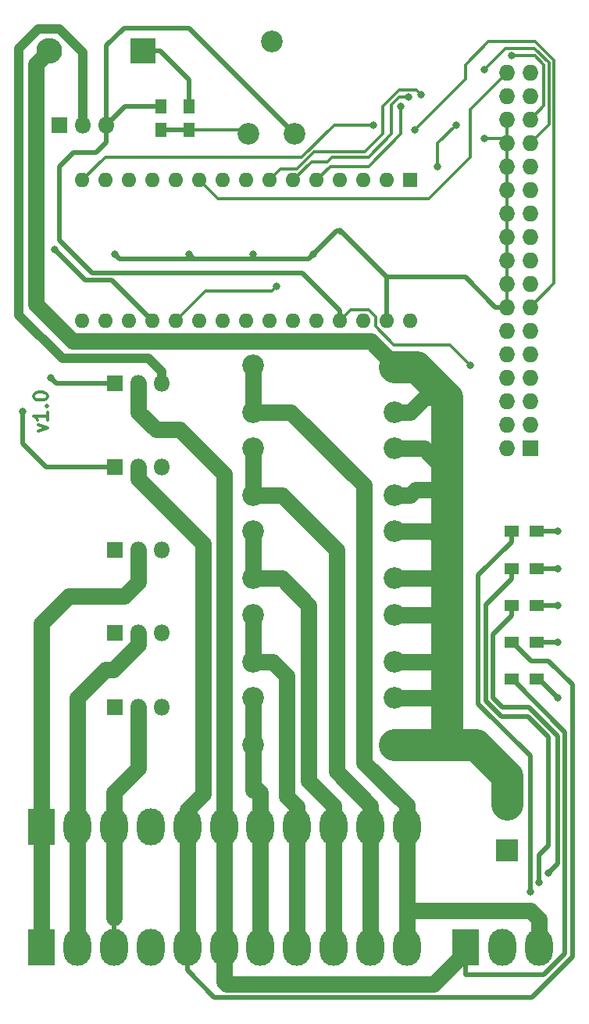
<source format=gbr>
G04 #@! TF.GenerationSoftware,KiCad,Pcbnew,5.0.1*
G04 #@! TF.CreationDate,2019-02-24T10:23:10+01:00*
G04 #@! TF.ProjectId,afterglow_gi_nano,6166746572676C6F775F67695F6E616E,rev?*
G04 #@! TF.SameCoordinates,Original*
G04 #@! TF.FileFunction,Copper,L1,Top,Signal*
G04 #@! TF.FilePolarity,Positive*
%FSLAX46Y46*%
G04 Gerber Fmt 4.6, Leading zero omitted, Abs format (unit mm)*
G04 Created by KiCad (PCBNEW 5.0.1) date So 24 Feb 2019 10:23:10 CET*
%MOMM*%
%LPD*%
G01*
G04 APERTURE LIST*
G04 #@! TA.AperFunction,NonConductor*
%ADD10C,0.300000*%
G04 #@! TD*
G04 #@! TA.AperFunction,ComponentPad*
%ADD11C,2.340000*%
G04 #@! TD*
G04 #@! TA.AperFunction,ComponentPad*
%ADD12R,2.400000X2.400000*%
G04 #@! TD*
G04 #@! TA.AperFunction,ComponentPad*
%ADD13C,2.400000*%
G04 #@! TD*
G04 #@! TA.AperFunction,ComponentPad*
%ADD14R,1.600000X1.600000*%
G04 #@! TD*
G04 #@! TA.AperFunction,ComponentPad*
%ADD15O,1.600000X1.600000*%
G04 #@! TD*
G04 #@! TA.AperFunction,SMDPad,CuDef*
%ADD16R,1.250000X1.500000*%
G04 #@! TD*
G04 #@! TA.AperFunction,SMDPad,CuDef*
%ADD17R,1.500000X1.300000*%
G04 #@! TD*
G04 #@! TA.AperFunction,ComponentPad*
%ADD18R,2.800000X2.800000*%
G04 #@! TD*
G04 #@! TA.AperFunction,ComponentPad*
%ADD19O,2.800000X2.800000*%
G04 #@! TD*
G04 #@! TA.AperFunction,ComponentPad*
%ADD20C,2.350000*%
G04 #@! TD*
G04 #@! TA.AperFunction,ComponentPad*
%ADD21R,1.727200X1.727200*%
G04 #@! TD*
G04 #@! TA.AperFunction,ComponentPad*
%ADD22O,1.727200X1.727200*%
G04 #@! TD*
G04 #@! TA.AperFunction,ComponentPad*
%ADD23O,3.000000X4.000000*%
G04 #@! TD*
G04 #@! TA.AperFunction,ComponentPad*
%ADD24R,3.000000X4.000000*%
G04 #@! TD*
G04 #@! TA.AperFunction,ComponentPad*
%ADD25O,1.800000X1.800000*%
G04 #@! TD*
G04 #@! TA.AperFunction,ComponentPad*
%ADD26R,1.800000X1.800000*%
G04 #@! TD*
G04 #@! TA.AperFunction,ViaPad*
%ADD27C,0.800000*%
G04 #@! TD*
G04 #@! TA.AperFunction,Conductor*
%ADD28C,0.300000*%
G04 #@! TD*
G04 #@! TA.AperFunction,Conductor*
%ADD29C,0.500000*%
G04 #@! TD*
G04 #@! TA.AperFunction,Conductor*
%ADD30C,1.000000*%
G04 #@! TD*
G04 #@! TA.AperFunction,Conductor*
%ADD31C,1.750000*%
G04 #@! TD*
G04 #@! TA.AperFunction,Conductor*
%ADD32C,3.500000*%
G04 #@! TD*
G04 APERTURE END LIST*
D10*
X58678571Y-76142857D02*
X59678571Y-75785714D01*
X58678571Y-75428571D01*
X59678571Y-74071428D02*
X59678571Y-74928571D01*
X59678571Y-74500000D02*
X58178571Y-74500000D01*
X58392857Y-74642857D01*
X58535714Y-74785714D01*
X58607142Y-74928571D01*
X59535714Y-73428571D02*
X59607142Y-73357142D01*
X59678571Y-73428571D01*
X59607142Y-73500000D01*
X59535714Y-73428571D01*
X59678571Y-73428571D01*
X58178571Y-72428571D02*
X58178571Y-72285714D01*
X58250000Y-72142857D01*
X58321428Y-72071428D01*
X58464285Y-72000000D01*
X58750000Y-71928571D01*
X59107142Y-71928571D01*
X59392857Y-72000000D01*
X59535714Y-72071428D01*
X59607142Y-72142857D01*
X59678571Y-72285714D01*
X59678571Y-72428571D01*
X59607142Y-72571428D01*
X59535714Y-72642857D01*
X59392857Y-72714285D01*
X59107142Y-72785714D01*
X58750000Y-72785714D01*
X58464285Y-72714285D01*
X58321428Y-72642857D01*
X58250000Y-72571428D01*
X58178571Y-72428571D01*
D11*
G04 #@! TO.P,RV1,3*
G04 #@! TO.N,GND*
X81500000Y-44000000D03*
G04 #@! TO.P,RV1,2*
G04 #@! TO.N,Net-(A1-Pad20)*
X84000000Y-34000000D03*
G04 #@! TO.P,RV1,1*
G04 #@! TO.N,/5V*
X86500000Y-44000000D03*
G04 #@! TD*
D12*
G04 #@! TO.P,J2,1*
G04 #@! TO.N,GND*
X109500000Y-121500000D03*
D13*
G04 #@! TO.P,J2,2*
G04 #@! TO.N,+12V*
X109500000Y-116500000D03*
G04 #@! TD*
D14*
G04 #@! TO.P,A1,1*
G04 #@! TO.N,Net-(A1-Pad1)*
X99000000Y-49000000D03*
D15*
G04 #@! TO.P,A1,17*
G04 #@! TO.N,Net-(A1-Pad17)*
X65980000Y-64240000D03*
G04 #@! TO.P,A1,2*
G04 #@! TO.N,Net-(A1-Pad2)*
X96460000Y-49000000D03*
G04 #@! TO.P,A1,18*
G04 #@! TO.N,Net-(A1-Pad18)*
X68520000Y-64240000D03*
G04 #@! TO.P,A1,3*
G04 #@! TO.N,Net-(A1-Pad3)*
X93920000Y-49000000D03*
G04 #@! TO.P,A1,19*
G04 #@! TO.N,Net-(A1-Pad19)*
X71060000Y-64240000D03*
G04 #@! TO.P,A1,4*
G04 #@! TO.N,GND*
X91380000Y-49000000D03*
G04 #@! TO.P,A1,20*
G04 #@! TO.N,Net-(A1-Pad20)*
X73600000Y-64240000D03*
G04 #@! TO.P,A1,5*
G04 #@! TO.N,/T0*
X88840000Y-49000000D03*
G04 #@! TO.P,A1,21*
G04 #@! TO.N,Net-(A1-Pad21)*
X76140000Y-64240000D03*
G04 #@! TO.P,A1,6*
G04 #@! TO.N,/T1*
X86300000Y-49000000D03*
G04 #@! TO.P,A1,22*
G04 #@! TO.N,Net-(A1-Pad22)*
X78680000Y-64240000D03*
G04 #@! TO.P,A1,7*
G04 #@! TO.N,/T2*
X83760000Y-49000000D03*
G04 #@! TO.P,A1,23*
G04 #@! TO.N,Net-(A1-Pad23)*
X81220000Y-64240000D03*
G04 #@! TO.P,A1,8*
G04 #@! TO.N,/P0*
X81220000Y-49000000D03*
G04 #@! TO.P,A1,24*
G04 #@! TO.N,Net-(A1-Pad24)*
X83760000Y-64240000D03*
G04 #@! TO.P,A1,9*
G04 #@! TO.N,/P4*
X78680000Y-49000000D03*
G04 #@! TO.P,A1,25*
G04 #@! TO.N,Net-(A1-Pad25)*
X86300000Y-64240000D03*
G04 #@! TO.P,A1,10*
G04 #@! TO.N,/ZC*
X76140000Y-49000000D03*
G04 #@! TO.P,A1,26*
G04 #@! TO.N,Net-(A1-Pad26)*
X88840000Y-64240000D03*
G04 #@! TO.P,A1,11*
G04 #@! TO.N,/T3*
X73600000Y-49000000D03*
G04 #@! TO.P,A1,27*
G04 #@! TO.N,/5V*
X91380000Y-64240000D03*
G04 #@! TO.P,A1,12*
G04 #@! TO.N,/P1*
X71060000Y-49000000D03*
G04 #@! TO.P,A1,28*
G04 #@! TO.N,Net-(A1-Pad28)*
X93920000Y-64240000D03*
G04 #@! TO.P,A1,13*
G04 #@! TO.N,/P2*
X68520000Y-49000000D03*
G04 #@! TO.P,A1,29*
G04 #@! TO.N,GND*
X96460000Y-64240000D03*
G04 #@! TO.P,A1,14*
G04 #@! TO.N,/P3*
X65980000Y-49000000D03*
G04 #@! TO.P,A1,30*
G04 #@! TO.N,Net-(A1-Pad30)*
X99000000Y-64240000D03*
G04 #@! TO.P,A1,15*
G04 #@! TO.N,/T4*
X63440000Y-49000000D03*
G04 #@! TO.P,A1,16*
G04 #@! TO.N,Net-(A1-Pad16)*
X63440000Y-64240000D03*
G04 #@! TD*
D16*
G04 #@! TO.P,C1,1*
G04 #@! TO.N,GND*
X72000000Y-43500000D03*
G04 #@! TO.P,C1,2*
G04 #@! TO.N,/5V*
X72000000Y-41000000D03*
G04 #@! TD*
G04 #@! TO.P,C2,1*
G04 #@! TO.N,Net-(C2-Pad1)*
X75000000Y-41000000D03*
G04 #@! TO.P,C2,2*
G04 #@! TO.N,GND*
X75000000Y-43500000D03*
G04 #@! TD*
D17*
G04 #@! TO.P,D1,2*
G04 #@! TO.N,Net-(D1-Pad2)*
X112700000Y-87000000D03*
G04 #@! TO.P,D1,1*
G04 #@! TO.N,/GI_OUT_0*
X110000000Y-87000000D03*
G04 #@! TD*
G04 #@! TO.P,D2,2*
G04 #@! TO.N,Net-(D2-Pad2)*
X112700000Y-91000000D03*
G04 #@! TO.P,D2,1*
G04 #@! TO.N,/GI_OUT_1*
X110000000Y-91000000D03*
G04 #@! TD*
G04 #@! TO.P,D3,1*
G04 #@! TO.N,/GI_OUT_2*
X110000000Y-95000000D03*
G04 #@! TO.P,D3,2*
G04 #@! TO.N,Net-(D3-Pad2)*
X112700000Y-95000000D03*
G04 #@! TD*
G04 #@! TO.P,D4,1*
G04 #@! TO.N,/GI_OUT_3*
X110000000Y-99000000D03*
G04 #@! TO.P,D4,2*
G04 #@! TO.N,Net-(D4-Pad2)*
X112700000Y-99000000D03*
G04 #@! TD*
G04 #@! TO.P,D5,1*
G04 #@! TO.N,/GI_OUT_4*
X110000000Y-103000000D03*
G04 #@! TO.P,D5,2*
G04 #@! TO.N,Net-(D5-Pad2)*
X112700000Y-103000000D03*
G04 #@! TD*
D18*
G04 #@! TO.P,D6,1*
G04 #@! TO.N,Net-(C2-Pad1)*
X70000000Y-35000000D03*
D19*
G04 #@! TO.P,D6,2*
G04 #@! TO.N,+12V*
X59840000Y-35000000D03*
G04 #@! TD*
D20*
G04 #@! TO.P,F1,2*
G04 #@! TO.N,+12V*
X97320000Y-69000000D03*
X97320000Y-74080000D03*
G04 #@! TO.P,F1,1*
G04 #@! TO.N,Net-(F1-Pad1)*
X82000000Y-69000000D03*
X82000000Y-74080000D03*
G04 #@! TD*
G04 #@! TO.P,F2,1*
G04 #@! TO.N,Net-(F2-Pad1)*
X82000000Y-83080000D03*
X82000000Y-78000000D03*
G04 #@! TO.P,F2,2*
G04 #@! TO.N,+12V*
X97320000Y-83080000D03*
X97320000Y-78000000D03*
G04 #@! TD*
G04 #@! TO.P,F3,2*
G04 #@! TO.N,+12V*
X97320000Y-87000000D03*
X97320000Y-92080000D03*
G04 #@! TO.P,F3,1*
G04 #@! TO.N,Net-(F3-Pad1)*
X82000000Y-87000000D03*
X82000000Y-92080000D03*
G04 #@! TD*
G04 #@! TO.P,F4,1*
G04 #@! TO.N,Net-(F4-Pad1)*
X82000000Y-101080000D03*
X82000000Y-96000000D03*
G04 #@! TO.P,F4,2*
G04 #@! TO.N,+12V*
X97320000Y-101080000D03*
X97320000Y-96000000D03*
G04 #@! TD*
G04 #@! TO.P,F5,2*
G04 #@! TO.N,+12V*
X97320000Y-105000000D03*
X97320000Y-110080000D03*
G04 #@! TO.P,F5,1*
G04 #@! TO.N,Net-(F5-Pad1)*
X82000000Y-105000000D03*
X82000000Y-110080000D03*
G04 #@! TD*
D21*
G04 #@! TO.P,J1,1*
G04 #@! TO.N,/PIN1*
X112000000Y-78000000D03*
D22*
G04 #@! TO.P,J1,2*
G04 #@! TO.N,/PIN2*
X109460000Y-78000000D03*
G04 #@! TO.P,J1,3*
G04 #@! TO.N,/PIN3*
X112000000Y-75460000D03*
G04 #@! TO.P,J1,4*
G04 #@! TO.N,/PIN4*
X109460000Y-75460000D03*
G04 #@! TO.P,J1,5*
G04 #@! TO.N,/PIN5*
X112000000Y-72920000D03*
G04 #@! TO.P,J1,6*
G04 #@! TO.N,/PIN6*
X109460000Y-72920000D03*
G04 #@! TO.P,J1,7*
G04 #@! TO.N,/PIN7*
X112000000Y-70380000D03*
G04 #@! TO.P,J1,8*
G04 #@! TO.N,/PIN8*
X109460000Y-70380000D03*
G04 #@! TO.P,J1,9*
G04 #@! TO.N,/PIN9*
X112000000Y-67840000D03*
G04 #@! TO.P,J1,10*
G04 #@! TO.N,/PIN10*
X109460000Y-67840000D03*
G04 #@! TO.P,J1,11*
G04 #@! TO.N,/PIN11*
X112000000Y-65300000D03*
G04 #@! TO.P,J1,12*
G04 #@! TO.N,/PIN12*
X109460000Y-65300000D03*
G04 #@! TO.P,J1,13*
G04 #@! TO.N,/TRIAC*
X112000000Y-62760000D03*
G04 #@! TO.P,J1,14*
G04 #@! TO.N,GND*
X109460000Y-62760000D03*
G04 #@! TO.P,J1,15*
G04 #@! TO.N,/D7*
X112000000Y-60220000D03*
G04 #@! TO.P,J1,16*
G04 #@! TO.N,GND*
X109460000Y-60220000D03*
G04 #@! TO.P,J1,17*
G04 #@! TO.N,/D6*
X112000000Y-57680000D03*
G04 #@! TO.P,J1,18*
G04 #@! TO.N,GND*
X109460000Y-57680000D03*
G04 #@! TO.P,J1,19*
G04 #@! TO.N,/D5*
X112000000Y-55140000D03*
G04 #@! TO.P,J1,20*
G04 #@! TO.N,GND*
X109460000Y-55140000D03*
G04 #@! TO.P,J1,21*
G04 #@! TO.N,/D4*
X112000000Y-52600000D03*
G04 #@! TO.P,J1,22*
G04 #@! TO.N,GND*
X109460000Y-52600000D03*
G04 #@! TO.P,J1,23*
G04 #@! TO.N,/D3*
X112000000Y-50060000D03*
G04 #@! TO.P,J1,24*
G04 #@! TO.N,GND*
X109460000Y-50060000D03*
G04 #@! TO.P,J1,25*
G04 #@! TO.N,/D2*
X112000000Y-47520000D03*
G04 #@! TO.P,J1,26*
G04 #@! TO.N,GND*
X109460000Y-47520000D03*
G04 #@! TO.P,J1,27*
G04 #@! TO.N,/D1*
X112000000Y-44980000D03*
G04 #@! TO.P,J1,28*
G04 #@! TO.N,GND*
X109460000Y-44980000D03*
G04 #@! TO.P,J1,29*
G04 #@! TO.N,/D0*
X112000000Y-42440000D03*
G04 #@! TO.P,J1,30*
G04 #@! TO.N,GND*
X109460000Y-42440000D03*
G04 #@! TO.P,J1,31*
G04 #@! TO.N,/BLANK*
X112000000Y-39900000D03*
G04 #@! TO.P,J1,32*
G04 #@! TO.N,/PIN32*
X109460000Y-39900000D03*
G04 #@! TO.P,J1,33*
G04 #@! TO.N,/PIN33*
X112000000Y-37360000D03*
G04 #@! TO.P,J1,34*
G04 #@! TO.N,/ZC*
X109460000Y-37360000D03*
G04 #@! TD*
D23*
G04 #@! TO.P,J120 OUT,11*
G04 #@! TO.N,Net-(F1-Pad1)*
X98621600Y-132000000D03*
G04 #@! TO.P,J120 OUT,10*
G04 #@! TO.N,Net-(F2-Pad1)*
X94661600Y-132000000D03*
G04 #@! TO.P,J120 OUT,9*
G04 #@! TO.N,Net-(F3-Pad1)*
X90699200Y-132000000D03*
G04 #@! TO.P,J120 OUT,8*
G04 #@! TO.N,Net-(F4-Pad1)*
X86736800Y-132000000D03*
G04 #@! TO.P,J120 OUT,7*
G04 #@! TO.N,Net-(F5-Pad1)*
X82774400Y-132000000D03*
G04 #@! TO.P,J120 OUT,6*
G04 #@! TO.N,/GI_OUT_4*
X78812000Y-132000000D03*
G04 #@! TO.P,J120 OUT,5*
G04 #@! TO.N,/GI_OUT_3*
X74849600Y-132000000D03*
G04 #@! TO.P,J120 OUT,4*
G04 #@! TO.N,Net-(J3-Pad4)*
X70887200Y-132000000D03*
G04 #@! TO.P,J120 OUT,3*
G04 #@! TO.N,/GI_OUT_2*
X66924800Y-132000000D03*
G04 #@! TO.P,J120 OUT,2*
G04 #@! TO.N,/GI_OUT_1*
X62962400Y-132000000D03*
D24*
G04 #@! TO.P,J120 OUT,1*
G04 #@! TO.N,/GI_OUT_0*
X59000000Y-132000000D03*
G04 #@! TD*
G04 #@! TO.P,J121 OUT,1*
G04 #@! TO.N,/GI_OUT_0*
X59000000Y-119000000D03*
D23*
G04 #@! TO.P,J121 OUT,2*
G04 #@! TO.N,/GI_OUT_1*
X62962400Y-119000000D03*
G04 #@! TO.P,J121 OUT,3*
G04 #@! TO.N,/GI_OUT_2*
X66924800Y-119000000D03*
G04 #@! TO.P,J121 OUT,4*
G04 #@! TO.N,Net-(J4-Pad4)*
X70887200Y-119000000D03*
G04 #@! TO.P,J121 OUT,5*
G04 #@! TO.N,/GI_OUT_3*
X74849600Y-119000000D03*
G04 #@! TO.P,J121 OUT,6*
G04 #@! TO.N,/GI_OUT_4*
X78812000Y-119000000D03*
G04 #@! TO.P,J121 OUT,7*
G04 #@! TO.N,Net-(F5-Pad1)*
X82774400Y-119000000D03*
G04 #@! TO.P,J121 OUT,8*
G04 #@! TO.N,Net-(F4-Pad1)*
X86736800Y-119000000D03*
G04 #@! TO.P,J121 OUT,9*
G04 #@! TO.N,Net-(F3-Pad1)*
X90699200Y-119000000D03*
G04 #@! TO.P,J121 OUT,10*
G04 #@! TO.N,Net-(F2-Pad1)*
X94661600Y-119000000D03*
G04 #@! TO.P,J121 OUT,11*
G04 #@! TO.N,Net-(F1-Pad1)*
X98621600Y-119000000D03*
G04 #@! TD*
D24*
G04 #@! TO.P,J119 OUT,1*
G04 #@! TO.N,/GI_OUT_4*
X105000000Y-132000000D03*
D23*
G04 #@! TO.P,J119 OUT,2*
G04 #@! TO.N,Net-(J5-Pad2)*
X108962400Y-132000000D03*
G04 #@! TO.P,J119 OUT,3*
G04 #@! TO.N,Net-(F1-Pad1)*
X112924800Y-132000000D03*
G04 #@! TD*
D25*
G04 #@! TO.P,Q1,3*
G04 #@! TO.N,GND*
X72080000Y-89000000D03*
G04 #@! TO.P,Q1,2*
G04 #@! TO.N,/GI_OUT_0*
X69540000Y-89000000D03*
D26*
G04 #@! TO.P,Q1,1*
G04 #@! TO.N,Net-(Q1-Pad1)*
X67000000Y-89000000D03*
G04 #@! TD*
G04 #@! TO.P,Q2,1*
G04 #@! TO.N,Net-(Q2-Pad1)*
X67000000Y-98000000D03*
D25*
G04 #@! TO.P,Q2,2*
G04 #@! TO.N,/GI_OUT_1*
X69540000Y-98000000D03*
G04 #@! TO.P,Q2,3*
G04 #@! TO.N,GND*
X72080000Y-98000000D03*
G04 #@! TD*
G04 #@! TO.P,Q3,3*
G04 #@! TO.N,GND*
X72080000Y-106000000D03*
G04 #@! TO.P,Q3,2*
G04 #@! TO.N,/GI_OUT_2*
X69540000Y-106000000D03*
D26*
G04 #@! TO.P,Q3,1*
G04 #@! TO.N,Net-(Q3-Pad1)*
X67000000Y-106000000D03*
G04 #@! TD*
G04 #@! TO.P,Q4,1*
G04 #@! TO.N,Net-(Q4-Pad1)*
X67000000Y-80000000D03*
D25*
G04 #@! TO.P,Q4,2*
G04 #@! TO.N,/GI_OUT_3*
X69540000Y-80000000D03*
G04 #@! TO.P,Q4,3*
G04 #@! TO.N,GND*
X72080000Y-80000000D03*
G04 #@! TD*
G04 #@! TO.P,Q5,3*
G04 #@! TO.N,GND*
X72080000Y-71000000D03*
G04 #@! TO.P,Q5,2*
G04 #@! TO.N,/GI_OUT_4*
X69540000Y-71000000D03*
D26*
G04 #@! TO.P,Q5,1*
G04 #@! TO.N,Net-(Q5-Pad1)*
X67000000Y-71000000D03*
G04 #@! TD*
G04 #@! TO.P,U2,1*
G04 #@! TO.N,Net-(C2-Pad1)*
X61000000Y-43000000D03*
D25*
G04 #@! TO.P,U2,2*
G04 #@! TO.N,GND*
X63540000Y-43000000D03*
G04 #@! TO.P,U2,3*
G04 #@! TO.N,/5V*
X66080000Y-43000000D03*
G04 #@! TD*
D27*
G04 #@! TO.N,GND*
X67000000Y-57000000D03*
X75000000Y-57000000D03*
X82000000Y-57000000D03*
X88500000Y-57000000D03*
X107000000Y-44500000D03*
X81500000Y-44000000D03*
G04 #@! TO.N,/5V*
X105500000Y-69000000D03*
G04 #@! TO.N,Net-(D1-Pad2)*
X115000000Y-87000000D03*
G04 #@! TO.N,/GI_OUT_0*
X112000000Y-126000000D03*
G04 #@! TO.N,Net-(D2-Pad2)*
X115000000Y-91000000D03*
G04 #@! TO.N,/GI_OUT_1*
X113000000Y-125000000D03*
G04 #@! TO.N,/GI_OUT_2*
X114000000Y-124000000D03*
G04 #@! TO.N,Net-(D3-Pad2)*
X115000000Y-95000000D03*
G04 #@! TO.N,Net-(D4-Pad2)*
X115000000Y-99000000D03*
G04 #@! TO.N,Net-(D5-Pad2)*
X115000000Y-105000000D03*
G04 #@! TO.N,/TRIAC*
X99500000Y-43500000D03*
G04 #@! TO.N,/D1*
X107000000Y-37000000D03*
G04 #@! TO.N,/D0*
X110000000Y-35500000D03*
G04 #@! TO.N,Net-(Q4-Pad1)*
X57000000Y-74000000D03*
G04 #@! TO.N,Net-(Q5-Pad1)*
X60050000Y-70377199D03*
G04 #@! TO.N,Net-(A1-Pad19)*
X60500000Y-56500000D03*
G04 #@! TO.N,Net-(A1-Pad20)*
X84500000Y-60500000D03*
G04 #@! TO.N,/T0*
X98000000Y-41000000D03*
G04 #@! TO.N,/T4*
X95000000Y-43000000D03*
G04 #@! TO.N,/T1*
X98800000Y-40000000D03*
G04 #@! TO.N,/T2*
X100215686Y-39715686D03*
G04 #@! TO.N,/T3*
X102000000Y-47500000D03*
X104000000Y-43000000D03*
G04 #@! TD*
D28*
G04 #@! TO.N,GND*
X109460000Y-42440000D02*
X109460000Y-55140000D01*
X109460000Y-55140000D02*
X109460000Y-62760000D01*
X91380000Y-54500000D02*
X91380000Y-54680000D01*
D29*
X88500000Y-57000000D02*
X91000000Y-54500000D01*
X91000000Y-54500000D02*
X91380000Y-54500000D01*
X75000000Y-43500000D02*
X72000000Y-43500000D01*
X67000000Y-57000000D02*
X67500000Y-57500000D01*
X75000000Y-57000000D02*
X75500000Y-57500000D01*
X67500000Y-57500000D02*
X75500000Y-57500000D01*
X82000000Y-57000000D02*
X82000000Y-57500000D01*
X75500000Y-57500000D02*
X82000000Y-57500000D01*
X88000000Y-57500000D02*
X86000000Y-57500000D01*
X88500000Y-57000000D02*
X88000000Y-57500000D01*
X82000000Y-57500000D02*
X86000000Y-57500000D01*
X86000000Y-57500000D02*
X86500000Y-57500000D01*
X91380000Y-54380000D02*
X96460000Y-59460000D01*
X108238686Y-62760000D02*
X104978686Y-59500000D01*
X109460000Y-62760000D02*
X108238686Y-62760000D01*
X104978686Y-59500000D02*
X96460000Y-59500000D01*
X96460000Y-59460000D02*
X96460000Y-59500000D01*
X96460000Y-59500000D02*
X96460000Y-64240000D01*
D30*
X58687999Y-32599999D02*
X56564991Y-34723007D01*
X56564991Y-34723007D02*
X56564991Y-63564991D01*
X60992001Y-32599999D02*
X58687999Y-32599999D01*
X63540000Y-43000000D02*
X63540000Y-35147998D01*
X63540000Y-35147998D02*
X60992001Y-32599999D01*
X72080000Y-69727208D02*
X72080000Y-71000000D01*
X70642803Y-68290011D02*
X72080000Y-69727208D01*
X61290011Y-68290011D02*
X70642803Y-68290011D01*
X56564991Y-63564991D02*
X61290011Y-68290011D01*
D28*
X108980000Y-44500000D02*
X109460000Y-44980000D01*
X107000000Y-44500000D02*
X108980000Y-44500000D01*
X75000000Y-43500000D02*
X81000000Y-43500000D01*
X81000000Y-43500000D02*
X81500000Y-44000000D01*
D29*
G04 #@! TO.N,/5V*
X68080000Y-41000000D02*
X66080000Y-43000000D01*
X72000000Y-41000000D02*
X68080000Y-41000000D01*
X87271370Y-59000000D02*
X91380000Y-63108630D01*
X64500000Y-59000000D02*
X87271370Y-59000000D01*
X66080000Y-44920000D02*
X65000000Y-46000000D01*
X91380000Y-63108630D02*
X91380000Y-64240000D01*
X66080000Y-43000000D02*
X66080000Y-44920000D01*
X65000000Y-46000000D02*
X62500000Y-46000000D01*
X61000000Y-47500000D02*
X61000000Y-55500000D01*
X62500000Y-46000000D02*
X61000000Y-47500000D01*
X61000000Y-55500000D02*
X64500000Y-59000000D01*
X66080000Y-43000000D02*
X66080000Y-34420000D01*
X66080000Y-34420000D02*
X68000000Y-32500000D01*
X75000000Y-32500000D02*
X86500000Y-44000000D01*
X68000000Y-32500000D02*
X75000000Y-32500000D01*
D28*
X105100001Y-68600001D02*
X105500000Y-69000000D01*
X103299990Y-66799990D02*
X105100001Y-68600001D01*
X97243988Y-66799990D02*
X103299990Y-66799990D01*
X95259999Y-64816001D02*
X97243988Y-66799990D01*
X95259999Y-63803997D02*
X95259999Y-64816001D01*
X94496001Y-63039999D02*
X95259999Y-63803997D01*
X92580001Y-63039999D02*
X94496001Y-63039999D01*
X91380000Y-64240000D02*
X92580001Y-63039999D01*
D31*
G04 #@! TO.N,+12V*
X58440001Y-36399999D02*
X59840000Y-35000000D01*
X58440001Y-62440001D02*
X58440001Y-36399999D01*
X62415001Y-66415001D02*
X58440001Y-62440001D01*
X94735001Y-66415001D02*
X62415001Y-66415001D01*
X97320000Y-69000000D02*
X94735001Y-66415001D01*
D32*
X106080000Y-110080000D02*
X109500000Y-113500000D01*
X109500000Y-113500000D02*
X109500000Y-116500000D01*
X99700000Y-69200000D02*
X97320000Y-69200000D01*
X103000000Y-72500000D02*
X99700000Y-69200000D01*
X103000000Y-110080000D02*
X106080000Y-110080000D01*
X97320000Y-110080000D02*
X103000000Y-110080000D01*
D31*
X100561700Y-72500000D02*
X103000000Y-72500000D01*
X98981700Y-74080000D02*
X100561700Y-72500000D01*
X97320000Y-74080000D02*
X98981700Y-74080000D01*
X100500000Y-78000000D02*
X103000000Y-80500000D01*
X97320000Y-78000000D02*
X100500000Y-78000000D01*
D32*
X103000000Y-80500000D02*
X103000000Y-72500000D01*
D31*
X99561700Y-82500000D02*
X103000000Y-82500000D01*
X98981700Y-83080000D02*
X99561700Y-82500000D01*
X97320000Y-83080000D02*
X98981700Y-83080000D01*
D32*
X103000000Y-82500000D02*
X103000000Y-80500000D01*
D31*
X97320000Y-87000000D02*
X101500000Y-87000000D01*
X101500000Y-87000000D02*
X103000000Y-88500000D01*
D32*
X103000000Y-88500000D02*
X103000000Y-82500000D01*
D31*
X102580000Y-92080000D02*
X103000000Y-92500000D01*
X97320000Y-92080000D02*
X102580000Y-92080000D01*
D32*
X103000000Y-92500000D02*
X103000000Y-88500000D01*
D31*
X102500000Y-96000000D02*
X103000000Y-96500000D01*
X97320000Y-96000000D02*
X102500000Y-96000000D01*
D32*
X103000000Y-96500000D02*
X103000000Y-92500000D01*
D31*
X102580000Y-101080000D02*
X103000000Y-101500000D01*
X97320000Y-101080000D02*
X102580000Y-101080000D01*
D32*
X103000000Y-101500000D02*
X103000000Y-96500000D01*
D31*
X97320000Y-105000000D02*
X102500000Y-105000000D01*
D32*
X103000000Y-110080000D02*
X103000000Y-105500000D01*
D31*
X102500000Y-105000000D02*
X103000000Y-105500000D01*
D32*
X103000000Y-105500000D02*
X103000000Y-101500000D01*
D29*
G04 #@! TO.N,Net-(D1-Pad2)*
X112700000Y-87000000D02*
X115000000Y-87000000D01*
D31*
G04 #@! TO.N,/GI_OUT_0*
X59000000Y-119000000D02*
X59000000Y-132000000D01*
X59000000Y-100812792D02*
X59000000Y-119000000D01*
X62000000Y-94000000D02*
X59000000Y-97000000D01*
X59000000Y-97000000D02*
X59000000Y-100812792D01*
X69540000Y-89000000D02*
X69540000Y-92460000D01*
X69540000Y-92460000D02*
X68000000Y-94000000D01*
X68000000Y-94000000D02*
X62000000Y-94000000D01*
D29*
X61284546Y-94000000D02*
X62000000Y-94000000D01*
X106399980Y-91750020D02*
X110000000Y-88150000D01*
X106399980Y-105662748D02*
X106399980Y-91750020D01*
X112000000Y-111262768D02*
X106399980Y-105662748D01*
X110000000Y-88150000D02*
X110000000Y-87000000D01*
X112000000Y-126000000D02*
X112000000Y-111262768D01*
G04 #@! TO.N,Net-(D2-Pad2)*
X115000000Y-91000000D02*
X112700000Y-91000000D01*
D31*
G04 #@! TO.N,/GI_OUT_1*
X62962400Y-119000000D02*
X62962400Y-132000000D01*
X62962400Y-119000000D02*
X62962400Y-105037600D01*
X62962400Y-105037600D02*
X66000000Y-102000000D01*
X66812792Y-102000000D02*
X66000000Y-102000000D01*
X69540000Y-99272792D02*
X66812792Y-102000000D01*
X69540000Y-98000000D02*
X69540000Y-99272792D01*
D29*
X107199990Y-94950010D02*
X110000000Y-92150000D01*
X110000000Y-92150000D02*
X110000000Y-91000000D01*
X107199990Y-105331374D02*
X107199990Y-94950010D01*
X113000000Y-122000000D02*
X114000000Y-121000000D01*
X114000000Y-121000000D02*
X114000000Y-109262768D01*
X113000000Y-125000000D02*
X113000000Y-122000000D01*
X114000000Y-109262768D02*
X111737232Y-107000000D01*
X111737232Y-107000000D02*
X108868616Y-107000000D01*
X108868616Y-107000000D02*
X107199990Y-105331374D01*
D31*
G04 #@! TO.N,/GI_OUT_2*
X69540000Y-107272792D02*
X69540000Y-106000000D01*
X66924800Y-119000000D02*
X66924800Y-115250000D01*
X66924800Y-115250000D02*
X69540000Y-112634800D01*
X69540000Y-112634800D02*
X69540000Y-107272792D01*
D29*
X110000000Y-96150000D02*
X108000000Y-98150000D01*
X108000000Y-105000000D02*
X109000000Y-106000000D01*
X115000000Y-123000000D02*
X114000000Y-124000000D01*
X110000000Y-95000000D02*
X110000000Y-96150000D01*
X115000000Y-109131384D02*
X115000000Y-123000000D01*
X109000000Y-106000000D02*
X111868616Y-106000000D01*
X111868616Y-106000000D02*
X115000000Y-109131384D01*
X108000000Y-98150000D02*
X108000000Y-105000000D01*
X66924800Y-128800000D02*
X66924800Y-132000000D01*
D31*
X66924800Y-119000000D02*
X66924800Y-128800000D01*
D29*
G04 #@! TO.N,Net-(D3-Pad2)*
X112700000Y-95000000D02*
X115000000Y-95000000D01*
D31*
G04 #@! TO.N,/GI_OUT_3*
X74849600Y-119000000D02*
X74849600Y-132000000D01*
X74849600Y-117150400D02*
X74849600Y-119000000D01*
X76561990Y-115438010D02*
X74849600Y-117150400D01*
X76561990Y-88294782D02*
X76561990Y-115438010D01*
X69540000Y-80000000D02*
X69540000Y-81272792D01*
X69540000Y-81272792D02*
X76561990Y-88294782D01*
D29*
X110100000Y-99000000D02*
X110000000Y-99000000D01*
X112100000Y-101000000D02*
X110100000Y-99000000D01*
X74849600Y-134500000D02*
X77774610Y-137425010D01*
X74849600Y-132000000D02*
X74849600Y-134500000D01*
X77774610Y-137425010D02*
X112206374Y-137425010D01*
X114000000Y-101000000D02*
X112100000Y-101000000D01*
X112206374Y-137425010D02*
X116600020Y-133031364D01*
X116600020Y-133031364D02*
X116600020Y-103600020D01*
X116600020Y-103600020D02*
X114000000Y-101000000D01*
G04 #@! TO.N,Net-(D4-Pad2)*
X115000000Y-99000000D02*
X112700000Y-99000000D01*
D31*
G04 #@! TO.N,/GI_OUT_4*
X78812000Y-119000000D02*
X78812000Y-132000000D01*
X78812000Y-80812000D02*
X78812000Y-119000000D01*
X74000000Y-76000000D02*
X78812000Y-80812000D01*
X71447002Y-76000000D02*
X74000000Y-76000000D01*
X69540000Y-74092998D02*
X71447002Y-76000000D01*
X69540000Y-71000000D02*
X69540000Y-74092998D01*
X105000000Y-132500000D02*
X101500000Y-136000000D01*
X105000000Y-132000000D02*
X105000000Y-132500000D01*
X78812000Y-135750000D02*
X78812000Y-132000000D01*
X79062000Y-136000000D02*
X78812000Y-135750000D01*
X101500000Y-136000000D02*
X79062000Y-136000000D01*
D29*
X105000000Y-134500000D02*
X105000000Y-132000000D01*
X105000000Y-134500000D02*
X105000000Y-135000000D01*
X113500000Y-135000000D02*
X113000000Y-135000000D01*
X105000000Y-135000000D02*
X113000000Y-135000000D01*
X110000000Y-103000000D02*
X110100000Y-103000000D01*
X110100000Y-103000000D02*
X115800010Y-108700010D01*
X115800010Y-108700010D02*
X115800010Y-132699990D01*
X115800010Y-132699990D02*
X113500000Y-135000000D01*
G04 #@! TO.N,Net-(D5-Pad2)*
X112700000Y-103000000D02*
X113000000Y-103000000D01*
X113000000Y-103000000D02*
X115000000Y-105000000D01*
D31*
G04 #@! TO.N,Net-(F1-Pad1)*
X82000000Y-69000000D02*
X82000000Y-74080000D01*
X94000000Y-112000000D02*
X98621600Y-116621600D01*
X98621600Y-116621600D02*
X98621600Y-119000000D01*
X94000000Y-82000000D02*
X94000000Y-112000000D01*
X82000000Y-74080000D02*
X86080000Y-74080000D01*
X86080000Y-74080000D02*
X94000000Y-82000000D01*
X112924800Y-131396522D02*
X113000000Y-131321322D01*
X112924800Y-132000000D02*
X112924800Y-131396522D01*
X113000000Y-131321322D02*
X113000000Y-129000000D01*
X113000000Y-129000000D02*
X112000000Y-128000000D01*
X112000000Y-128000000D02*
X98621600Y-128000000D01*
X98621600Y-119000000D02*
X98621600Y-128000000D01*
X98621600Y-128000000D02*
X98621600Y-132000000D01*
G04 #@! TO.N,Net-(F2-Pad1)*
X94661600Y-119000000D02*
X94661600Y-132000000D01*
X82000000Y-78000000D02*
X82000000Y-83080000D01*
X82000000Y-83080000D02*
X85080000Y-83080000D01*
X85080000Y-83080000D02*
X91000000Y-89000000D01*
X91000000Y-89000000D02*
X91000000Y-113000000D01*
X94661600Y-116661600D02*
X94661600Y-119000000D01*
X91000000Y-113000000D02*
X94661600Y-116661600D01*
G04 #@! TO.N,Net-(F3-Pad1)*
X90699200Y-119000000D02*
X90699200Y-132000000D01*
X82000000Y-87000000D02*
X82000000Y-92080000D01*
X82000000Y-92080000D02*
X85080000Y-92080000D01*
X85080000Y-92080000D02*
X88000000Y-95000000D01*
X88000000Y-95000000D02*
X88000000Y-114000000D01*
X90699200Y-116699200D02*
X90699200Y-119000000D01*
X88000000Y-114000000D02*
X90699200Y-116699200D01*
G04 #@! TO.N,Net-(F4-Pad1)*
X86736800Y-119000000D02*
X86736800Y-132000000D01*
X82000000Y-96000000D02*
X82000000Y-101080000D01*
X86736800Y-116736800D02*
X86736800Y-119000000D01*
X85649410Y-115649410D02*
X86736800Y-116736800D01*
X85649410Y-102649410D02*
X85649410Y-115649410D01*
X82000000Y-101080000D02*
X84080000Y-101080000D01*
X84080000Y-101080000D02*
X85649410Y-102649410D01*
G04 #@! TO.N,Net-(F5-Pad1)*
X82774400Y-119000000D02*
X82774400Y-132000000D01*
X82000000Y-105000000D02*
X82000000Y-110080000D01*
X82000000Y-110080000D02*
X82000000Y-115000000D01*
X82524400Y-115000000D02*
X82774400Y-115250000D01*
X82774400Y-115250000D02*
X82774400Y-119000000D01*
X82000000Y-115000000D02*
X82524400Y-115000000D01*
D28*
G04 #@! TO.N,/TRIAC*
X114600020Y-36044358D02*
X112555662Y-34000000D01*
X112000000Y-62760000D02*
X114600020Y-60159980D01*
X114600020Y-60159980D02*
X114600020Y-36044358D01*
X112555662Y-34000000D02*
X107500000Y-34000000D01*
X99500000Y-43500000D02*
X105000000Y-38000000D01*
X105000000Y-36500000D02*
X107500000Y-34000000D01*
X105000000Y-38000000D02*
X105000000Y-36500000D01*
G04 #@! TO.N,/D1*
X112477830Y-34699999D02*
X109300001Y-34699999D01*
X114050010Y-36272179D02*
X112477830Y-34699999D01*
X112000000Y-44980000D02*
X114050010Y-42929990D01*
X114050010Y-42929990D02*
X114050010Y-36272179D01*
X109300001Y-34699999D02*
X107000000Y-37000000D01*
G04 #@! TO.N,/D0*
X112500000Y-35500000D02*
X113500000Y-36500000D01*
X110000000Y-35500000D02*
X112500000Y-35500000D01*
X113500000Y-40940000D02*
X112000000Y-42440000D01*
X113500000Y-36500000D02*
X113500000Y-40940000D01*
G04 #@! TO.N,/ZC*
X101000000Y-51000000D02*
X78140000Y-51000000D01*
X105500000Y-46500000D02*
X101000000Y-51000000D01*
X78140000Y-51000000D02*
X76140000Y-49000000D01*
X109460000Y-37360000D02*
X105500000Y-41320000D01*
X105500000Y-41320000D02*
X105500000Y-46500000D01*
D29*
G04 #@! TO.N,Net-(Q4-Pad1)*
X57000000Y-74000000D02*
X57000000Y-77500000D01*
X59500000Y-80000000D02*
X67000000Y-80000000D01*
X57000000Y-77500000D02*
X59500000Y-80000000D01*
G04 #@! TO.N,Net-(Q5-Pad1)*
X62550000Y-71000000D02*
X67000000Y-71000000D01*
X62550000Y-71000000D02*
X60672801Y-71000000D01*
X60672801Y-71000000D02*
X60050000Y-70377199D01*
G04 #@! TO.N,Net-(A1-Pad19)*
X70260001Y-63440001D02*
X71060000Y-64240000D01*
X66620010Y-59800010D02*
X70260001Y-63440001D01*
X63800010Y-59800010D02*
X66620010Y-59800010D01*
X60500000Y-56500000D02*
X63800010Y-59800010D01*
D28*
G04 #@! TO.N,Net-(A1-Pad20)*
X73600000Y-64240000D02*
X76840000Y-61000000D01*
X76840000Y-61000000D02*
X84000000Y-61000000D01*
X84000000Y-61000000D02*
X84500000Y-60500000D01*
G04 #@! TO.N,/T0*
X90340000Y-47500000D02*
X88840000Y-49000000D01*
X98000000Y-41000000D02*
X98000000Y-44000000D01*
X94500000Y-47500000D02*
X90340000Y-47500000D01*
X98000000Y-44000000D02*
X94500000Y-47500000D01*
G04 #@! TO.N,/T4*
X63440000Y-49000000D02*
X65940000Y-46500000D01*
X65940000Y-46500000D02*
X85000000Y-46500000D01*
X90744340Y-43000000D02*
X95000000Y-43000000D01*
X85000000Y-46500000D02*
X87244340Y-46500000D01*
X87244340Y-46500000D02*
X90744340Y-43000000D01*
G04 #@! TO.N,/T1*
X86300000Y-49000000D02*
X88300000Y-47000000D01*
X90062169Y-47000000D02*
X90562169Y-46500000D01*
X88300000Y-47000000D02*
X90062169Y-47000000D01*
X90562169Y-46500000D02*
X94500000Y-46500000D01*
X97815998Y-40000000D02*
X98800000Y-40000000D01*
X94500000Y-46500000D02*
X97000000Y-44000000D01*
X97815998Y-40000000D02*
X97000000Y-40815998D01*
X97000000Y-40815998D02*
X97000000Y-44000000D01*
G04 #@! TO.N,/T2*
X86722171Y-47799999D02*
X88572180Y-45949990D01*
X83760000Y-49000000D02*
X84960001Y-47799999D01*
X84960001Y-47799999D02*
X86722171Y-47799999D01*
X88572180Y-45949990D02*
X94050010Y-45949990D01*
X94050010Y-45949990D02*
X96000000Y-44000000D01*
X99699999Y-39199999D02*
X100215686Y-39715686D01*
X97838168Y-39199999D02*
X99699999Y-39199999D01*
X96000000Y-44000000D02*
X96000000Y-41038167D01*
X96000000Y-41038167D02*
X97838168Y-39199999D01*
G04 #@! TO.N,/T3*
X102000000Y-47500000D02*
X102000000Y-45000000D01*
X102000000Y-45000000D02*
X104000000Y-43000000D01*
D29*
G04 #@! TO.N,Net-(C2-Pad1)*
X75000000Y-39750000D02*
X75000000Y-41000000D01*
X75000000Y-38100000D02*
X75000000Y-39750000D01*
X71900000Y-35000000D02*
X75000000Y-38100000D01*
X70000000Y-35000000D02*
X71900000Y-35000000D01*
G04 #@! TD*
M02*

</source>
